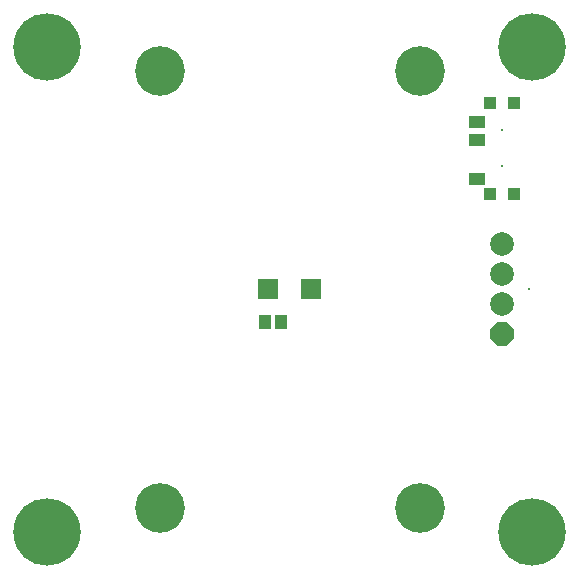
<source format=gts>
G04 Layer_Color=8388736*
%FSLAX44Y44*%
%MOMM*%
G71*
G01*
G75*
%ADD21R,1.4532X1.1032*%
%ADD22R,1.1032X1.0032*%
%ADD23R,1.7032X1.8032*%
%ADD24R,1.0532X1.1532*%
%ADD25C,0.2032*%
G04:AMPARAMS|DCode=26|XSize=0.2032mm|YSize=0.2032mm|CornerRadius=0mm|HoleSize=0mm|Usage=FLASHONLY|Rotation=90.000|XOffset=0mm|YOffset=0mm|HoleType=Round|Shape=RoundedRectangle|*
%AMROUNDEDRECTD26*
21,1,0.2032,0.2032,0,0,90.0*
21,1,0.2032,0.2032,0,0,90.0*
1,1,0.0000,0.1016,0.1016*
1,1,0.0000,0.1016,-0.1016*
1,1,0.0000,-0.1016,-0.1016*
1,1,0.0000,-0.1016,0.1016*
%
%ADD26ROUNDEDRECTD26*%
%ADD27P,2.1683X8X112.5*%
%ADD28C,2.0032*%
%ADD29C,4.2032*%
%ADD30C,5.7032*%
D21*
X408250Y343605D02*
D03*
Y376605D02*
D03*
Y391605D02*
D03*
D22*
X440000Y408105D02*
D03*
X420000D02*
D03*
X440000Y331105D02*
D03*
X420000D02*
D03*
D23*
X268000Y250000D02*
D03*
X232000D02*
D03*
D24*
X229500Y222000D02*
D03*
X242500D02*
D03*
D25*
X430000Y384605D02*
D03*
Y354605D02*
D03*
D26*
X452800Y250000D02*
D03*
D27*
X430000Y211900D02*
D03*
D28*
Y237300D02*
D03*
Y262700D02*
D03*
Y288100D02*
D03*
D29*
X360000Y65000D02*
D03*
X140000D02*
D03*
X360000Y435000D02*
D03*
X140000D02*
D03*
D30*
X45000Y455000D02*
D03*
X455000D02*
D03*
X45000Y45000D02*
D03*
X455000D02*
D03*
M02*

</source>
